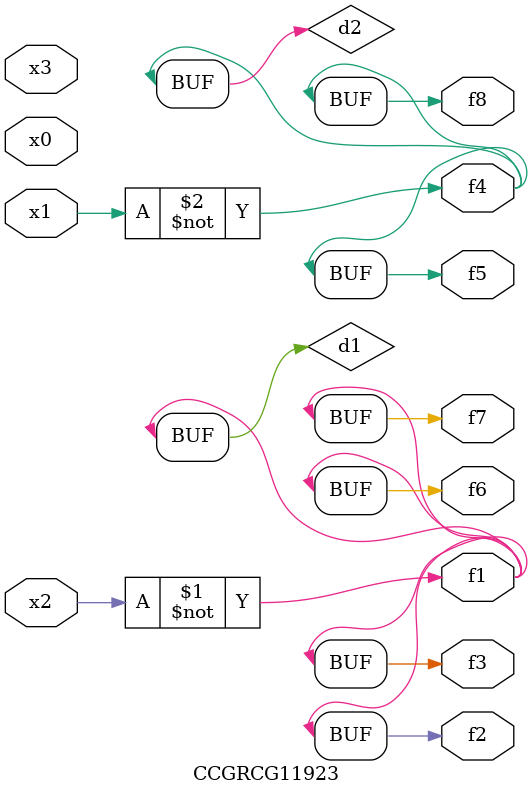
<source format=v>
module CCGRCG11923(
	input x0, x1, x2, x3,
	output f1, f2, f3, f4, f5, f6, f7, f8
);

	wire d1, d2;

	xnor (d1, x2);
	not (d2, x1);
	assign f1 = d1;
	assign f2 = d1;
	assign f3 = d1;
	assign f4 = d2;
	assign f5 = d2;
	assign f6 = d1;
	assign f7 = d1;
	assign f8 = d2;
endmodule

</source>
